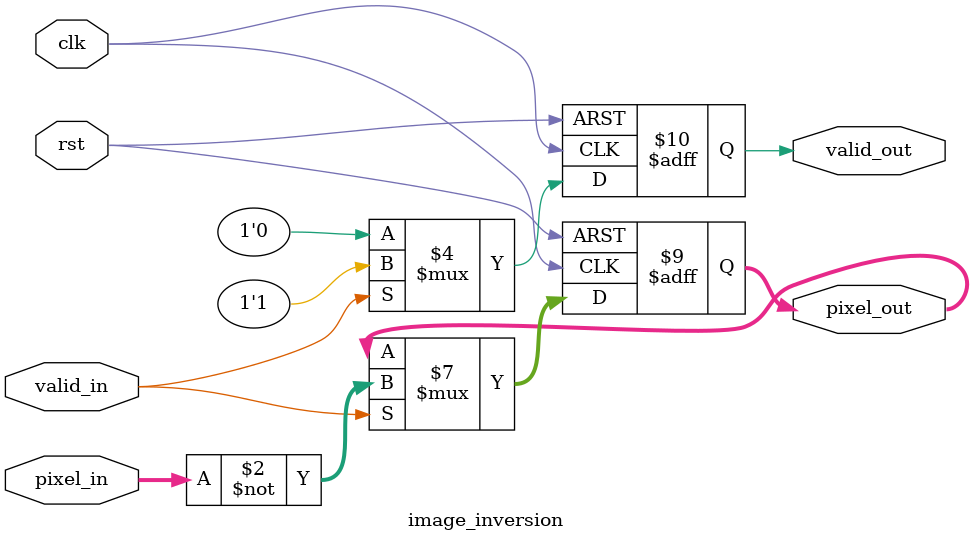
<source format=v>
`timescale 1ns / 1ps


module image_inversion(
input clk,
input rst,
input [7:0] pixel_in,    
input valid_in,         
output reg [7:0] pixel_out, 
output reg valid_out 
    );
    
    always @(posedge clk or posedge rst) begin
    if (rst) begin
        pixel_out <= 8'b0;
        valid_out <= 0;
    end else if (valid_in) begin
        pixel_out <= ~pixel_in;  // Color Inversion Operation
        valid_out <= 1;
    end else begin
        valid_out <= 0;
    end
end
endmodule

</source>
